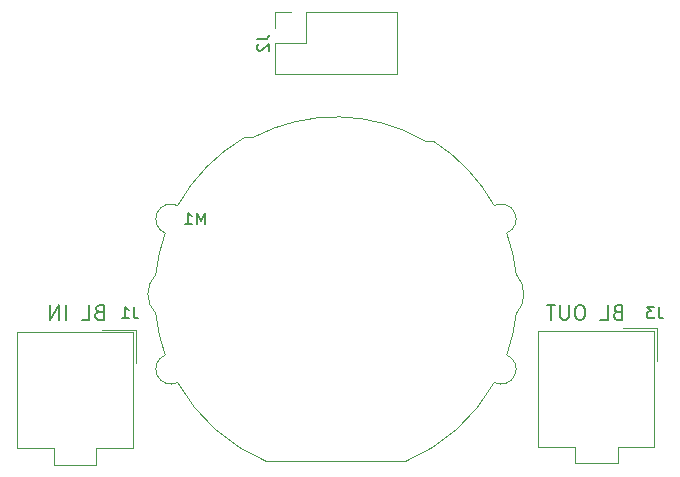
<source format=gbr>
%TF.GenerationSoftware,KiCad,Pcbnew,(5.1.9)-1*%
%TF.CreationDate,2021-11-07T13:18:06-07:00*%
%TF.ProjectId,dual_needle_gauge,6475616c-5f6e-4656-9564-6c655f676175,rev?*%
%TF.SameCoordinates,Original*%
%TF.FileFunction,Legend,Bot*%
%TF.FilePolarity,Positive*%
%FSLAX46Y46*%
G04 Gerber Fmt 4.6, Leading zero omitted, Abs format (unit mm)*
G04 Created by KiCad (PCBNEW (5.1.9)-1) date 2021-11-07 13:18:06*
%MOMM*%
%LPD*%
G01*
G04 APERTURE LIST*
%ADD10C,0.050000*%
%ADD11C,0.120000*%
%ADD12C,0.150000*%
G04 APERTURE END LIST*
D10*
%TO.C,M1*%
X176254002Y-138909831D02*
X188129680Y-138909831D01*
X190427826Y-111797321D02*
X189727625Y-111783211D01*
X175184669Y-111490154D02*
X174484468Y-111476044D01*
X166925778Y-126381308D02*
G75*
G02*
X166926767Y-123123422I1652342J1628442D01*
G01*
X197450413Y-123071266D02*
G75*
G02*
X197451375Y-126433404I-1856734J-1681600D01*
G01*
X168790512Y-132240488D02*
G75*
G02*
X167733536Y-129913778I-577247J1141205D01*
G01*
X197452562Y-126422595D02*
G75*
G02*
X196650146Y-129913778I-15260721J1669729D01*
G01*
X167734065Y-119592168D02*
G75*
G02*
X168790003Y-117264987I479200J1185719D01*
G01*
X168786251Y-117271705D02*
G75*
G02*
X174484468Y-111476044I13405590J-7481161D01*
G01*
X195593170Y-117265244D02*
G75*
G02*
X196650146Y-119591954I577247J-1141205D01*
G01*
X175186307Y-111489288D02*
G75*
G02*
X189727625Y-111783211I7005534J-13263578D01*
G01*
X167737935Y-129926084D02*
G75*
G02*
X166926767Y-126382310I14453906J5173218D01*
G01*
X176265755Y-138914755D02*
G75*
G02*
X168790003Y-132240745I5926086J14161889D01*
G01*
X166925384Y-123136417D02*
G75*
G02*
X167733536Y-119591954I15266457J-1616449D01*
G01*
X190419332Y-111791926D02*
G75*
G02*
X195593679Y-117264987I-8227491J-12960940D01*
G01*
X196646486Y-119581714D02*
G75*
G02*
X197451375Y-123072328I-14454645J-5171152D01*
G01*
X195599889Y-132229618D02*
G75*
G02*
X188129680Y-138909831I-13408048J7476752D01*
G01*
X196649617Y-129913564D02*
G75*
G02*
X195593679Y-132240745I-479200J-1185719D01*
G01*
D11*
%TO.C,J3*%
X204221841Y-127849831D02*
X209131841Y-127849831D01*
X209131841Y-127849831D02*
X209131841Y-137669831D01*
X209131841Y-137669831D02*
X206031841Y-137669831D01*
X206031841Y-137669831D02*
X206031841Y-139069831D01*
X206031841Y-139069831D02*
X204221841Y-139069831D01*
X204221841Y-127849831D02*
X199311841Y-127849831D01*
X199311841Y-127849831D02*
X199311841Y-137669831D01*
X199311841Y-137669831D02*
X202411841Y-137669831D01*
X202411841Y-137669831D02*
X202411841Y-139069831D01*
X202411841Y-139069831D02*
X204221841Y-139069831D01*
X206521841Y-127609831D02*
X209371841Y-127609831D01*
X209371841Y-127609831D02*
X209371841Y-130459831D01*
%TO.C,J1*%
X160089341Y-128003176D02*
X164999341Y-128003176D01*
X164999341Y-128003176D02*
X164999341Y-137823176D01*
X164999341Y-137823176D02*
X161899341Y-137823176D01*
X161899341Y-137823176D02*
X161899341Y-139223176D01*
X161899341Y-139223176D02*
X160089341Y-139223176D01*
X160089341Y-128003176D02*
X155179341Y-128003176D01*
X155179341Y-128003176D02*
X155179341Y-137823176D01*
X155179341Y-137823176D02*
X158279341Y-137823176D01*
X158279341Y-137823176D02*
X158279341Y-139223176D01*
X158279341Y-139223176D02*
X160089341Y-139223176D01*
X162389341Y-127763176D02*
X165239341Y-127763176D01*
X165239341Y-127763176D02*
X165239341Y-130613176D01*
%TO.C,J2*%
X187331841Y-100903176D02*
X187331841Y-106103176D01*
X179651841Y-100903176D02*
X187331841Y-100903176D01*
X177051841Y-106103176D02*
X187331841Y-106103176D01*
X179651841Y-100903176D02*
X179651841Y-103503176D01*
X179651841Y-103503176D02*
X177051841Y-103503176D01*
X177051841Y-103503176D02*
X177051841Y-106103176D01*
X178381841Y-100903176D02*
X177051841Y-100903176D01*
X177051841Y-100903176D02*
X177051841Y-102233176D01*
%TO.C,M1*%
D12*
X171063364Y-118855246D02*
X171063364Y-117855246D01*
X170730031Y-118569532D01*
X170396698Y-117855246D01*
X170396698Y-118855246D01*
X169396698Y-118855246D02*
X169968126Y-118855246D01*
X169682412Y-118855246D02*
X169682412Y-117855246D01*
X169777650Y-117998104D01*
X169872888Y-118093342D01*
X169968126Y-118140961D01*
%TO.C,J3*%
X209512674Y-125815556D02*
X209512674Y-126529842D01*
X209560293Y-126672699D01*
X209655531Y-126767937D01*
X209798388Y-126815556D01*
X209893626Y-126815556D01*
X209131721Y-125815556D02*
X208512674Y-125815556D01*
X208846007Y-126196509D01*
X208703150Y-126196509D01*
X208607912Y-126244128D01*
X208560293Y-126291747D01*
X208512674Y-126386985D01*
X208512674Y-126625080D01*
X208560293Y-126720318D01*
X208607912Y-126767937D01*
X208703150Y-126815556D01*
X208988864Y-126815556D01*
X209084102Y-126767937D01*
X209131721Y-126720318D01*
X206015912Y-126273890D02*
X205837341Y-126333414D01*
X205777817Y-126392937D01*
X205718293Y-126511985D01*
X205718293Y-126690556D01*
X205777817Y-126809604D01*
X205837341Y-126869128D01*
X205956388Y-126928652D01*
X206432579Y-126928652D01*
X206432579Y-125678652D01*
X206015912Y-125678652D01*
X205896864Y-125738176D01*
X205837341Y-125797699D01*
X205777817Y-125916747D01*
X205777817Y-126035795D01*
X205837341Y-126154842D01*
X205896864Y-126214366D01*
X206015912Y-126273890D01*
X206432579Y-126273890D01*
X204587341Y-126928652D02*
X205182579Y-126928652D01*
X205182579Y-125678652D01*
X202980198Y-125678652D02*
X202742102Y-125678652D01*
X202623055Y-125738176D01*
X202504007Y-125857223D01*
X202444483Y-126095318D01*
X202444483Y-126511985D01*
X202504007Y-126750080D01*
X202623055Y-126869128D01*
X202742102Y-126928652D01*
X202980198Y-126928652D01*
X203099245Y-126869128D01*
X203218293Y-126750080D01*
X203277817Y-126511985D01*
X203277817Y-126095318D01*
X203218293Y-125857223D01*
X203099245Y-125738176D01*
X202980198Y-125678652D01*
X201908769Y-125678652D02*
X201908769Y-126690556D01*
X201849245Y-126809604D01*
X201789721Y-126869128D01*
X201670674Y-126928652D01*
X201432579Y-126928652D01*
X201313531Y-126869128D01*
X201254007Y-126809604D01*
X201194483Y-126690556D01*
X201194483Y-125678652D01*
X200777817Y-125678652D02*
X200063531Y-125678652D01*
X200420674Y-126928652D02*
X200420674Y-125678652D01*
%TO.C,J1*%
X165062674Y-125815556D02*
X165062674Y-126529842D01*
X165110293Y-126672699D01*
X165205531Y-126767937D01*
X165348388Y-126815556D01*
X165443626Y-126815556D01*
X164062674Y-126815556D02*
X164634102Y-126815556D01*
X164348388Y-126815556D02*
X164348388Y-125815556D01*
X164443626Y-125958414D01*
X164538864Y-126053652D01*
X164634102Y-126101271D01*
X162129579Y-126273890D02*
X161951007Y-126333414D01*
X161891483Y-126392937D01*
X161831960Y-126511985D01*
X161831960Y-126690556D01*
X161891483Y-126809604D01*
X161951007Y-126869128D01*
X162070055Y-126928652D01*
X162546245Y-126928652D01*
X162546245Y-125678652D01*
X162129579Y-125678652D01*
X162010531Y-125738176D01*
X161951007Y-125797699D01*
X161891483Y-125916747D01*
X161891483Y-126035795D01*
X161951007Y-126154842D01*
X162010531Y-126214366D01*
X162129579Y-126273890D01*
X162546245Y-126273890D01*
X160701007Y-126928652D02*
X161296245Y-126928652D01*
X161296245Y-125678652D01*
X159331960Y-126928652D02*
X159331960Y-125678652D01*
X158736721Y-126928652D02*
X158736721Y-125678652D01*
X158022436Y-126928652D01*
X158022436Y-125678652D01*
%TO.C,J2*%
X175504221Y-103169842D02*
X176218507Y-103169842D01*
X176361364Y-103122223D01*
X176456602Y-103026985D01*
X176504221Y-102884128D01*
X176504221Y-102788890D01*
X175599460Y-103598414D02*
X175551841Y-103646033D01*
X175504221Y-103741271D01*
X175504221Y-103979366D01*
X175551841Y-104074604D01*
X175599460Y-104122223D01*
X175694698Y-104169842D01*
X175789936Y-104169842D01*
X175932793Y-104122223D01*
X176504221Y-103550795D01*
X176504221Y-104169842D01*
%TD*%
M02*

</source>
